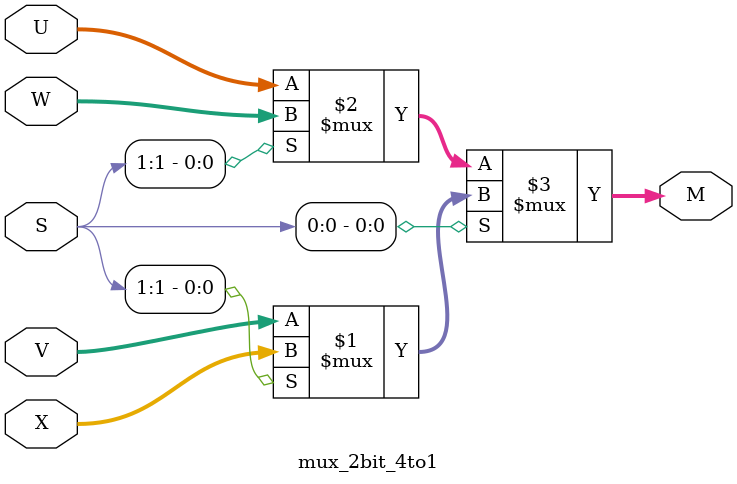
<source format=v>
module mux_2bit_4to1 (S, U, V, W, X, M);
	input [1:0] S, U, V, W, X;
	output [1:0] M;
	 
	assign M = S[0] ? ( S[1] ? X : V) : ( S[1] ? W : U);

endmodule
</source>
